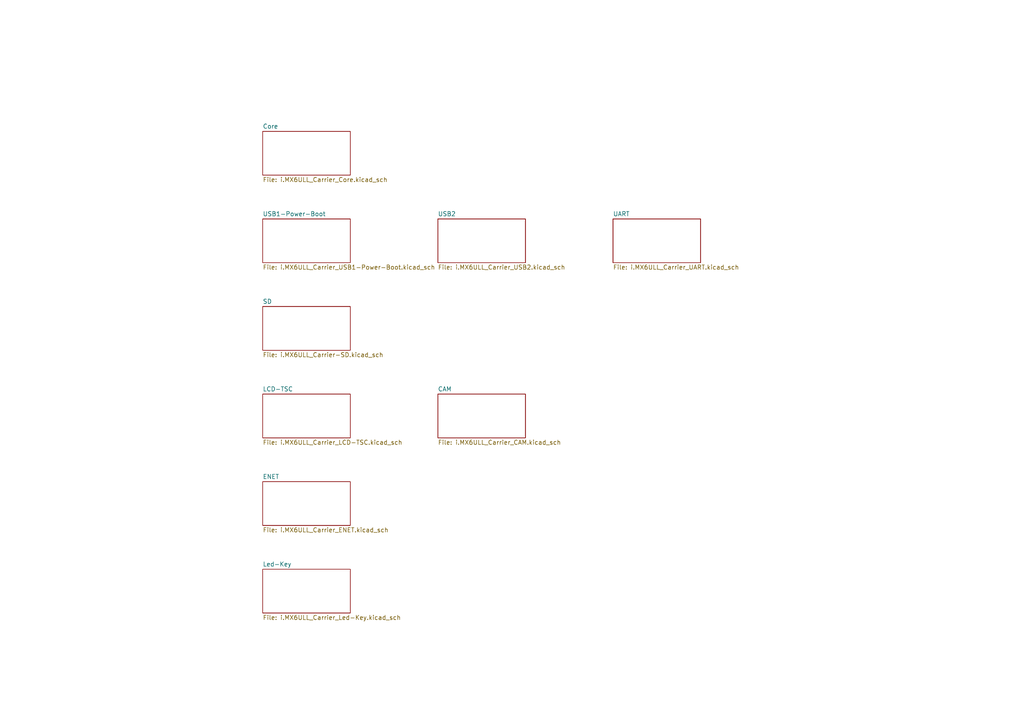
<source format=kicad_sch>
(kicad_sch
	(version 20231120)
	(generator "eeschema")
	(generator_version "8.0")
	(uuid "b811b355-39e8-4ef4-949d-2a1589ccc51f")
	(paper "A4")
	(title_block
		(title "i.MX6ULL Carrier")
		(date "2024-06-14")
		(rev "0.9.2")
	)
	(lib_symbols)
	(sheet
		(at 76.2 38.1)
		(size 25.4 12.7)
		(fields_autoplaced yes)
		(stroke
			(width 0.1524)
			(type solid)
		)
		(fill
			(color 0 0 0 0.0000)
		)
		(uuid "03c8f742-b8da-48f2-9a9d-a13c7ea0e0ec")
		(property "Sheetname" "Core"
			(at 76.2 37.3884 0)
			(effects
				(font
					(size 1.27 1.27)
				)
				(justify left bottom)
			)
		)
		(property "Sheetfile" "i.MX6ULL_Carrier_Core.kicad_sch"
			(at 76.2 51.3846 0)
			(effects
				(font
					(size 1.27 1.27)
				)
				(justify left top)
			)
		)
		(instances
			(project "i.MX6ULL Carrier"
				(path "/b811b355-39e8-4ef4-949d-2a1589ccc51f"
					(page "2")
				)
			)
		)
	)
	(sheet
		(at 177.8 63.5)
		(size 25.4 12.7)
		(fields_autoplaced yes)
		(stroke
			(width 0.1524)
			(type solid)
		)
		(fill
			(color 0 0 0 0.0000)
		)
		(uuid "04b3a2f2-8ac0-4985-ba84-94b6047ff9b6")
		(property "Sheetname" "UART"
			(at 177.8 62.7884 0)
			(effects
				(font
					(size 1.27 1.27)
				)
				(justify left bottom)
			)
		)
		(property "Sheetfile" "i.MX6ULL_Carrier_UART.kicad_sch"
			(at 177.8 76.7846 0)
			(effects
				(font
					(size 1.27 1.27)
				)
				(justify left top)
			)
		)
		(instances
			(project "i.MX6ULL Carrier"
				(path "/b811b355-39e8-4ef4-949d-2a1589ccc51f"
					(page "5")
				)
			)
		)
	)
	(sheet
		(at 76.2 114.3)
		(size 25.4 12.7)
		(fields_autoplaced yes)
		(stroke
			(width 0.1524)
			(type solid)
		)
		(fill
			(color 0 0 0 0.0000)
		)
		(uuid "291dffad-3e1f-46bb-aa6e-db3c97b6285f")
		(property "Sheetname" "LCD-TSC"
			(at 76.2 113.5884 0)
			(effects
				(font
					(size 1.27 1.27)
				)
				(justify left bottom)
			)
		)
		(property "Sheetfile" "i.MX6ULL_Carrier_LCD-TSC.kicad_sch"
			(at 76.2 127.5846 0)
			(effects
				(font
					(size 1.27 1.27)
				)
				(justify left top)
			)
		)
		(instances
			(project "i.MX6ULL Carrier"
				(path "/b811b355-39e8-4ef4-949d-2a1589ccc51f"
					(page "7")
				)
			)
		)
	)
	(sheet
		(at 76.2 165.1)
		(size 25.4 12.7)
		(fields_autoplaced yes)
		(stroke
			(width 0.1524)
			(type solid)
		)
		(fill
			(color 0 0 0 0.0000)
		)
		(uuid "33330925-1edf-4e59-903c-6ea7030a2cf4")
		(property "Sheetname" "Led-Key"
			(at 76.2 164.3884 0)
			(effects
				(font
					(size 1.27 1.27)
				)
				(justify left bottom)
			)
		)
		(property "Sheetfile" "i.MX6ULL_Carrier_Led-Key.kicad_sch"
			(at 76.2 178.3846 0)
			(effects
				(font
					(size 1.27 1.27)
				)
				(justify left top)
			)
		)
		(instances
			(project "i.MX6ULL Carrier"
				(path "/b811b355-39e8-4ef4-949d-2a1589ccc51f"
					(page "10")
				)
			)
		)
	)
	(sheet
		(at 127 114.3)
		(size 25.4 12.7)
		(fields_autoplaced yes)
		(stroke
			(width 0.1524)
			(type solid)
		)
		(fill
			(color 0 0 0 0.0000)
		)
		(uuid "3648baf9-1146-48ca-8dd5-38e74af55e1d")
		(property "Sheetname" "CAM"
			(at 127 113.5884 0)
			(effects
				(font
					(size 1.27 1.27)
				)
				(justify left bottom)
			)
		)
		(property "Sheetfile" "i.MX6ULL_Carrier_CAM.kicad_sch"
			(at 127 127.5846 0)
			(effects
				(font
					(size 1.27 1.27)
				)
				(justify left top)
			)
		)
		(instances
			(project "i.MX6ULL Carrier"
				(path "/b811b355-39e8-4ef4-949d-2a1589ccc51f"
					(page "8")
				)
			)
		)
	)
	(sheet
		(at 127 63.5)
		(size 25.4 12.7)
		(fields_autoplaced yes)
		(stroke
			(width 0.1524)
			(type solid)
		)
		(fill
			(color 0 0 0 0.0000)
		)
		(uuid "63e8f39a-e478-4b10-9e30-cc0360e5190d")
		(property "Sheetname" "USB2"
			(at 127 62.7884 0)
			(effects
				(font
					(size 1.27 1.27)
				)
				(justify left bottom)
			)
		)
		(property "Sheetfile" "i.MX6ULL_Carrier_USB2.kicad_sch"
			(at 127 76.7846 0)
			(effects
				(font
					(size 1.27 1.27)
				)
				(justify left top)
			)
		)
		(instances
			(project "i.MX6ULL Carrier"
				(path "/b811b355-39e8-4ef4-949d-2a1589ccc51f"
					(page "4")
				)
			)
		)
	)
	(sheet
		(at 76.2 139.7)
		(size 25.4 12.7)
		(fields_autoplaced yes)
		(stroke
			(width 0.1524)
			(type solid)
		)
		(fill
			(color 0 0 0 0.0000)
		)
		(uuid "65e19621-121a-4748-a4f3-18a5da0d5888")
		(property "Sheetname" "ENET"
			(at 76.2 138.9884 0)
			(effects
				(font
					(size 1.27 1.27)
				)
				(justify left bottom)
			)
		)
		(property "Sheetfile" "i.MX6ULL_Carrier_ENET.kicad_sch"
			(at 76.2 152.9846 0)
			(effects
				(font
					(size 1.27 1.27)
				)
				(justify left top)
			)
		)
		(instances
			(project "i.MX6ULL Carrier"
				(path "/b811b355-39e8-4ef4-949d-2a1589ccc51f"
					(page "9")
				)
			)
		)
	)
	(sheet
		(at 76.2 63.5)
		(size 25.4 12.7)
		(fields_autoplaced yes)
		(stroke
			(width 0.1524)
			(type solid)
		)
		(fill
			(color 0 0 0 0.0000)
		)
		(uuid "83cfa83a-70e6-4378-9680-c8663fa2780b")
		(property "Sheetname" "USB1-Power-Boot"
			(at 76.2 62.7884 0)
			(effects
				(font
					(size 1.27 1.27)
				)
				(justify left bottom)
			)
		)
		(property "Sheetfile" "i.MX6ULL_Carrier_USB1-Power-Boot.kicad_sch"
			(at 76.2 76.7846 0)
			(effects
				(font
					(size 1.27 1.27)
				)
				(justify left top)
			)
		)
		(instances
			(project "i.MX6ULL Carrier"
				(path "/b811b355-39e8-4ef4-949d-2a1589ccc51f"
					(page "3")
				)
			)
		)
	)
	(sheet
		(at 76.2 88.9)
		(size 25.4 12.7)
		(fields_autoplaced yes)
		(stroke
			(width 0.1524)
			(type solid)
		)
		(fill
			(color 0 0 0 0.0000)
		)
		(uuid "8bcf67c9-fb94-4a40-9df9-7f04061c7a36")
		(property "Sheetname" "SD"
			(at 76.2 88.1884 0)
			(effects
				(font
					(size 1.27 1.27)
				)
				(justify left bottom)
			)
		)
		(property "Sheetfile" "i.MX6ULL_Carrier-SD.kicad_sch"
			(at 76.2 102.1846 0)
			(effects
				(font
					(size 1.27 1.27)
				)
				(justify left top)
			)
		)
		(instances
			(project "i.MX6ULL Carrier"
				(path "/b811b355-39e8-4ef4-949d-2a1589ccc51f"
					(page "6")
				)
			)
		)
	)
	(sheet_instances
		(path "/"
			(page "1")
		)
	)
)
</source>
